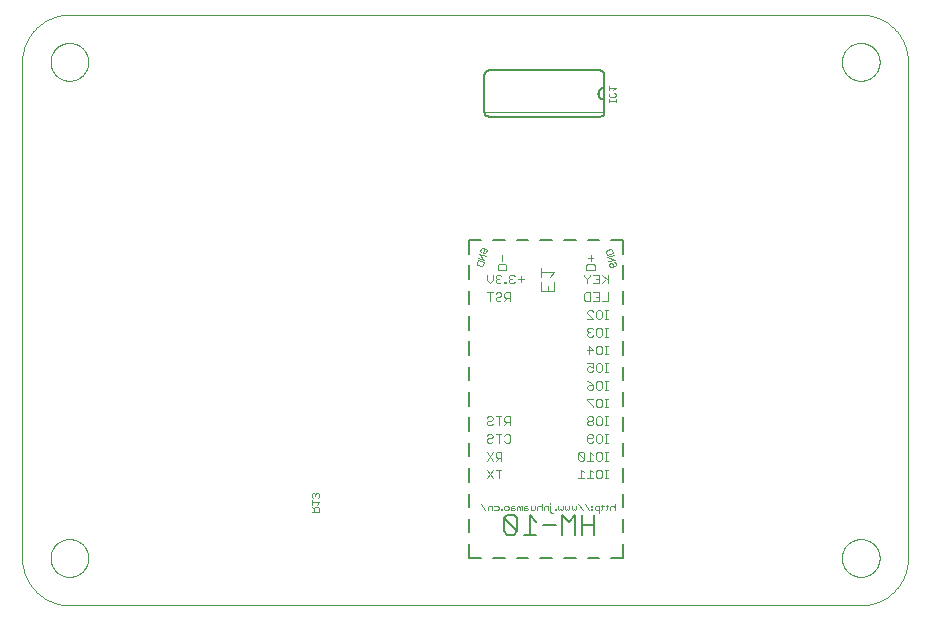
<source format=gbo>
G75*
%MOIN*%
%OFA0B0*%
%FSLAX25Y25*%
%IPPOS*%
%LPD*%
%AMOC8*
5,1,8,0,0,1.08239X$1,22.5*
%
%ADD10C,0.00500*%
%ADD11C,0.00200*%
%ADD12C,0.00300*%
%ADD13C,0.00600*%
%ADD14C,0.00400*%
%ADD15C,0.00000*%
D10*
X0221197Y0066527D02*
X0221197Y0071040D01*
X0221197Y0066527D02*
X0225134Y0066527D01*
X0229071Y0066527D02*
X0233008Y0066527D01*
X0236945Y0066527D02*
X0240882Y0066527D01*
X0244819Y0066527D02*
X0248756Y0066527D01*
X0252693Y0066527D02*
X0256630Y0066527D01*
X0260567Y0066527D02*
X0264504Y0066527D01*
X0268441Y0066527D02*
X0272378Y0066527D01*
X0272378Y0071040D01*
X0272378Y0074977D02*
X0272378Y0079489D01*
X0272378Y0083426D02*
X0272378Y0087939D01*
X0272378Y0091876D02*
X0272378Y0096388D01*
X0272378Y0100325D02*
X0272378Y0104837D01*
X0272378Y0108774D02*
X0272378Y0113287D01*
X0272378Y0117224D02*
X0272378Y0121736D01*
X0272378Y0125673D02*
X0272378Y0130186D01*
X0272378Y0134123D02*
X0272378Y0138635D01*
X0272378Y0142572D02*
X0272378Y0147084D01*
X0272378Y0151022D02*
X0272378Y0155534D01*
X0272378Y0159471D02*
X0272378Y0163983D01*
X0272378Y0167920D02*
X0272378Y0172433D01*
X0268441Y0172433D01*
X0264504Y0172433D02*
X0260567Y0172433D01*
X0256630Y0172433D02*
X0252693Y0172433D01*
X0248756Y0172433D02*
X0244819Y0172433D01*
X0240882Y0172433D02*
X0236945Y0172433D01*
X0233008Y0172433D02*
X0229071Y0172433D01*
X0225134Y0172433D02*
X0221197Y0172433D01*
X0221197Y0167920D01*
X0221197Y0163983D02*
X0221197Y0159471D01*
X0221197Y0155534D02*
X0221197Y0151022D01*
X0221197Y0147084D02*
X0221197Y0142572D01*
X0221197Y0138635D02*
X0221197Y0134123D01*
X0221197Y0130186D02*
X0221197Y0125673D01*
X0221197Y0121736D02*
X0221197Y0117224D01*
X0221197Y0113287D02*
X0221197Y0108774D01*
X0221197Y0104837D02*
X0221197Y0100325D01*
X0221197Y0096388D02*
X0221197Y0091876D01*
X0221197Y0087939D02*
X0221197Y0083426D01*
X0221197Y0079489D02*
X0221197Y0074977D01*
D11*
X0226482Y0082278D02*
X0225014Y0084480D01*
X0227224Y0083379D02*
X0227224Y0082278D01*
X0227224Y0083379D02*
X0227591Y0083746D01*
X0228692Y0083746D01*
X0228692Y0082278D01*
X0229434Y0082278D02*
X0230535Y0082278D01*
X0230902Y0082645D01*
X0230902Y0083379D01*
X0230535Y0083746D01*
X0229434Y0083746D01*
X0231640Y0082645D02*
X0231640Y0082278D01*
X0232007Y0082278D01*
X0232007Y0082645D01*
X0231640Y0082645D01*
X0232749Y0082645D02*
X0232749Y0083379D01*
X0233116Y0083746D01*
X0233850Y0083746D01*
X0234217Y0083379D01*
X0234217Y0082645D01*
X0233850Y0082278D01*
X0233116Y0082278D01*
X0232749Y0082645D01*
X0234959Y0083012D02*
X0236060Y0083012D01*
X0236427Y0082645D01*
X0236060Y0082278D01*
X0234959Y0082278D01*
X0234959Y0083379D01*
X0235326Y0083746D01*
X0236060Y0083746D01*
X0237169Y0083379D02*
X0237169Y0082278D01*
X0237903Y0082278D02*
X0237903Y0083379D01*
X0237536Y0083746D01*
X0237169Y0083379D01*
X0237903Y0083379D02*
X0238270Y0083746D01*
X0238636Y0083746D01*
X0238636Y0082278D01*
X0239378Y0082278D02*
X0240479Y0082278D01*
X0240846Y0082645D01*
X0240479Y0083012D01*
X0239378Y0083012D01*
X0239378Y0083379D02*
X0239378Y0082278D01*
X0239378Y0083379D02*
X0239745Y0083746D01*
X0240479Y0083746D01*
X0241588Y0083746D02*
X0241588Y0082278D01*
X0242689Y0082278D01*
X0243056Y0082645D01*
X0243056Y0083746D01*
X0243798Y0083379D02*
X0243798Y0082278D01*
X0243798Y0083379D02*
X0244165Y0083746D01*
X0244899Y0083746D01*
X0245266Y0083379D01*
X0246008Y0083379D02*
X0246008Y0082278D01*
X0245266Y0082278D02*
X0245266Y0084480D01*
X0246008Y0083379D02*
X0246375Y0083746D01*
X0247476Y0083746D01*
X0247476Y0082278D01*
X0248215Y0081911D02*
X0248215Y0083746D01*
X0248215Y0084480D02*
X0248215Y0084847D01*
X0249687Y0082645D02*
X0249687Y0082278D01*
X0250054Y0082278D01*
X0250054Y0082645D01*
X0249687Y0082645D01*
X0250796Y0082645D02*
X0250796Y0083746D01*
X0250796Y0082645D02*
X0251163Y0082278D01*
X0251530Y0082645D01*
X0251897Y0082278D01*
X0252264Y0082645D01*
X0252264Y0083746D01*
X0253006Y0083746D02*
X0253006Y0082645D01*
X0253373Y0082278D01*
X0253740Y0082645D01*
X0254107Y0082278D01*
X0254474Y0082645D01*
X0254474Y0083746D01*
X0255216Y0083746D02*
X0255216Y0082645D01*
X0255583Y0082278D01*
X0255950Y0082645D01*
X0256317Y0082278D01*
X0256684Y0082645D01*
X0256684Y0083746D01*
X0257426Y0084480D02*
X0258894Y0082278D01*
X0261104Y0082278D02*
X0259636Y0084480D01*
X0261842Y0083746D02*
X0261842Y0083379D01*
X0262209Y0083379D01*
X0262209Y0083746D01*
X0261842Y0083746D01*
X0261842Y0082645D02*
X0261842Y0082278D01*
X0262209Y0082278D01*
X0262209Y0082645D01*
X0261842Y0082645D01*
X0262950Y0082645D02*
X0263317Y0082278D01*
X0264418Y0082278D01*
X0264418Y0081544D02*
X0264418Y0083746D01*
X0263317Y0083746D01*
X0262950Y0083379D01*
X0262950Y0082645D01*
X0265158Y0082278D02*
X0265525Y0082645D01*
X0265525Y0084113D01*
X0265892Y0083746D02*
X0265158Y0083746D01*
X0266631Y0083746D02*
X0267365Y0083746D01*
X0266998Y0084113D02*
X0266998Y0082645D01*
X0266631Y0082278D01*
X0268107Y0082278D02*
X0268107Y0083379D01*
X0268474Y0083746D01*
X0269208Y0083746D01*
X0269575Y0083379D01*
X0269575Y0084480D02*
X0269575Y0082278D01*
X0248949Y0081544D02*
X0248582Y0081544D01*
X0248215Y0081911D01*
X0171002Y0081900D02*
X0171002Y0083051D01*
X0170618Y0083435D01*
X0169851Y0083435D01*
X0169467Y0083051D01*
X0169467Y0081900D01*
X0168700Y0081900D02*
X0171002Y0081900D01*
X0169467Y0082667D02*
X0168700Y0083435D01*
X0168700Y0084202D02*
X0168700Y0085737D01*
X0168700Y0084969D02*
X0171002Y0084969D01*
X0170235Y0084202D01*
X0170618Y0086504D02*
X0171002Y0086888D01*
X0171002Y0087655D01*
X0170618Y0088039D01*
X0170235Y0088039D01*
X0169851Y0087655D01*
X0169467Y0088039D01*
X0169084Y0088039D01*
X0168700Y0087655D01*
X0168700Y0086888D01*
X0169084Y0086504D01*
X0169851Y0087271D02*
X0169851Y0087655D01*
X0223858Y0164182D02*
X0223599Y0164631D01*
X0223884Y0165695D01*
X0226011Y0165125D01*
X0225726Y0164061D01*
X0225276Y0163802D01*
X0223858Y0164182D01*
X0224076Y0166411D02*
X0226203Y0165841D01*
X0224456Y0167829D01*
X0226583Y0167259D01*
X0226420Y0168071D02*
X0225711Y0168261D01*
X0225901Y0168970D01*
X0225002Y0168451D02*
X0224743Y0168900D01*
X0224933Y0169609D01*
X0225382Y0169869D01*
X0226800Y0169489D01*
X0227060Y0169040D01*
X0226870Y0168331D01*
X0226420Y0168071D01*
X0266655Y0168516D02*
X0266915Y0168965D01*
X0268333Y0169345D01*
X0268782Y0169086D01*
X0269067Y0168022D01*
X0266940Y0167453D01*
X0266655Y0168516D01*
X0267132Y0166736D02*
X0269259Y0167306D01*
X0269639Y0165888D02*
X0267132Y0166736D01*
X0267512Y0165318D02*
X0269639Y0165888D01*
X0269476Y0165076D02*
X0269926Y0164817D01*
X0270116Y0164108D01*
X0269856Y0163658D01*
X0268438Y0163278D01*
X0267989Y0163538D01*
X0267799Y0164247D01*
X0268059Y0164696D01*
X0268768Y0164886D01*
X0268957Y0164177D01*
X0266210Y0215000D02*
X0226210Y0215000D01*
D12*
X0267710Y0218550D02*
X0267710Y0219284D01*
X0267710Y0218917D02*
X0269912Y0218917D01*
X0269912Y0218550D02*
X0269912Y0219284D01*
X0269545Y0220085D02*
X0268077Y0220085D01*
X0267710Y0220452D01*
X0267710Y0221186D01*
X0268077Y0221553D01*
X0267710Y0222387D02*
X0267710Y0223854D01*
X0267710Y0223121D02*
X0269912Y0223121D01*
X0269178Y0222387D01*
X0269545Y0221553D02*
X0269912Y0221186D01*
X0269912Y0220452D01*
X0269545Y0220085D01*
X0261552Y0167437D02*
X0261552Y0165502D01*
X0262520Y0166470D02*
X0260585Y0166470D01*
X0260585Y0164491D02*
X0262520Y0164491D01*
X0263003Y0164007D01*
X0263003Y0162556D01*
X0260101Y0162556D01*
X0260101Y0164007D01*
X0260585Y0164491D01*
X0261413Y0160893D02*
X0261413Y0160409D01*
X0260446Y0159442D01*
X0260446Y0157991D01*
X0260446Y0159442D02*
X0259478Y0160409D01*
X0259478Y0160893D01*
X0262425Y0160893D02*
X0264360Y0160893D01*
X0264360Y0157991D01*
X0262425Y0157991D01*
X0263393Y0159442D02*
X0264360Y0159442D01*
X0265372Y0160893D02*
X0267307Y0158958D01*
X0266823Y0159442D02*
X0265372Y0157991D01*
X0267307Y0157991D02*
X0267307Y0160893D01*
X0267307Y0154988D02*
X0267307Y0152085D01*
X0265372Y0152085D01*
X0264360Y0152085D02*
X0262425Y0152085D01*
X0261413Y0152085D02*
X0259962Y0152085D01*
X0259478Y0152569D01*
X0259478Y0154504D01*
X0259962Y0154988D01*
X0261413Y0154988D01*
X0261413Y0152085D01*
X0263393Y0153536D02*
X0264360Y0153536D01*
X0264360Y0152085D02*
X0264360Y0154988D01*
X0262425Y0154988D01*
X0261912Y0149082D02*
X0262396Y0148598D01*
X0261912Y0149082D02*
X0260944Y0149082D01*
X0260461Y0148598D01*
X0260461Y0148115D01*
X0262396Y0146180D01*
X0260461Y0146180D01*
X0263407Y0146663D02*
X0263407Y0148598D01*
X0263891Y0149082D01*
X0264858Y0149082D01*
X0265342Y0148598D01*
X0265342Y0146663D01*
X0264858Y0146180D01*
X0263891Y0146180D01*
X0263407Y0146663D01*
X0266339Y0146180D02*
X0267307Y0146180D01*
X0266823Y0146180D02*
X0266823Y0149082D01*
X0267307Y0149082D02*
X0266339Y0149082D01*
X0266339Y0143177D02*
X0267307Y0143177D01*
X0266823Y0143177D02*
X0266823Y0140274D01*
X0267307Y0140274D02*
X0266339Y0140274D01*
X0265342Y0140758D02*
X0264858Y0140274D01*
X0263891Y0140274D01*
X0263407Y0140758D01*
X0263407Y0142693D01*
X0263891Y0143177D01*
X0264858Y0143177D01*
X0265342Y0142693D01*
X0265342Y0140758D01*
X0262396Y0140758D02*
X0261912Y0140274D01*
X0260944Y0140274D01*
X0260461Y0140758D01*
X0260461Y0141242D01*
X0260944Y0141725D01*
X0261428Y0141725D01*
X0260944Y0141725D02*
X0260461Y0142209D01*
X0260461Y0142693D01*
X0260944Y0143177D01*
X0261912Y0143177D01*
X0262396Y0142693D01*
X0260944Y0137271D02*
X0262396Y0135820D01*
X0260461Y0135820D01*
X0260944Y0134369D02*
X0260944Y0137271D01*
X0263407Y0136787D02*
X0263891Y0137271D01*
X0264858Y0137271D01*
X0265342Y0136787D01*
X0265342Y0134852D01*
X0264858Y0134369D01*
X0263891Y0134369D01*
X0263407Y0134852D01*
X0263407Y0136787D01*
X0266339Y0137271D02*
X0267307Y0137271D01*
X0266823Y0137271D02*
X0266823Y0134369D01*
X0267307Y0134369D02*
X0266339Y0134369D01*
X0266339Y0131366D02*
X0267307Y0131366D01*
X0266823Y0131366D02*
X0266823Y0128463D01*
X0267307Y0128463D02*
X0266339Y0128463D01*
X0265342Y0128947D02*
X0264858Y0128463D01*
X0263891Y0128463D01*
X0263407Y0128947D01*
X0263407Y0130882D01*
X0263891Y0131366D01*
X0264858Y0131366D01*
X0265342Y0130882D01*
X0265342Y0128947D01*
X0262396Y0128947D02*
X0261912Y0128463D01*
X0260944Y0128463D01*
X0260461Y0128947D01*
X0260461Y0129914D01*
X0260944Y0130398D01*
X0261428Y0130398D01*
X0262396Y0129914D01*
X0262396Y0131366D01*
X0260461Y0131366D01*
X0260461Y0125460D02*
X0261428Y0124976D01*
X0262396Y0124009D01*
X0260944Y0124009D01*
X0260461Y0123525D01*
X0260461Y0123041D01*
X0260944Y0122558D01*
X0261912Y0122558D01*
X0262396Y0123041D01*
X0262396Y0124009D01*
X0263407Y0123041D02*
X0263407Y0124976D01*
X0263891Y0125460D01*
X0264858Y0125460D01*
X0265342Y0124976D01*
X0265342Y0123041D01*
X0264858Y0122558D01*
X0263891Y0122558D01*
X0263407Y0123041D01*
X0266339Y0122558D02*
X0267307Y0122558D01*
X0266823Y0122558D02*
X0266823Y0125460D01*
X0267307Y0125460D02*
X0266339Y0125460D01*
X0266339Y0119555D02*
X0267307Y0119555D01*
X0266823Y0119555D02*
X0266823Y0116652D01*
X0267307Y0116652D02*
X0266339Y0116652D01*
X0265342Y0117136D02*
X0264858Y0116652D01*
X0263891Y0116652D01*
X0263407Y0117136D01*
X0263407Y0119071D01*
X0263891Y0119555D01*
X0264858Y0119555D01*
X0265342Y0119071D01*
X0265342Y0117136D01*
X0262396Y0117136D02*
X0260461Y0119071D01*
X0260461Y0119555D01*
X0262396Y0119555D01*
X0262396Y0117136D02*
X0262396Y0116652D01*
X0261912Y0113649D02*
X0260944Y0113649D01*
X0260461Y0113165D01*
X0260461Y0112682D01*
X0260944Y0112198D01*
X0261912Y0112198D01*
X0262396Y0112682D01*
X0262396Y0113165D01*
X0261912Y0113649D01*
X0261912Y0112198D02*
X0262396Y0111714D01*
X0262396Y0111230D01*
X0261912Y0110747D01*
X0260944Y0110747D01*
X0260461Y0111230D01*
X0260461Y0111714D01*
X0260944Y0112198D01*
X0263407Y0111230D02*
X0263407Y0113165D01*
X0263891Y0113649D01*
X0264858Y0113649D01*
X0265342Y0113165D01*
X0265342Y0111230D01*
X0264858Y0110747D01*
X0263891Y0110747D01*
X0263407Y0111230D01*
X0266339Y0110747D02*
X0267307Y0110747D01*
X0266823Y0110747D02*
X0266823Y0113649D01*
X0267307Y0113649D02*
X0266339Y0113649D01*
X0266339Y0107744D02*
X0267307Y0107744D01*
X0266823Y0107744D02*
X0266823Y0104841D01*
X0267307Y0104841D02*
X0266339Y0104841D01*
X0265342Y0105325D02*
X0264858Y0104841D01*
X0263891Y0104841D01*
X0263407Y0105325D01*
X0263407Y0107260D01*
X0263891Y0107744D01*
X0264858Y0107744D01*
X0265342Y0107260D01*
X0265342Y0105325D01*
X0262396Y0105325D02*
X0261912Y0104841D01*
X0260944Y0104841D01*
X0260461Y0105325D01*
X0260461Y0107260D01*
X0260944Y0107744D01*
X0261912Y0107744D01*
X0262396Y0107260D01*
X0262396Y0106776D01*
X0261912Y0106292D01*
X0260461Y0106292D01*
X0261428Y0101838D02*
X0261428Y0098936D01*
X0260461Y0098936D02*
X0262396Y0098936D01*
X0263407Y0099419D02*
X0263407Y0101354D01*
X0263891Y0101838D01*
X0264858Y0101838D01*
X0265342Y0101354D01*
X0265342Y0099419D01*
X0264858Y0098936D01*
X0263891Y0098936D01*
X0263407Y0099419D01*
X0262396Y0100871D02*
X0261428Y0101838D01*
X0259449Y0101354D02*
X0259449Y0099419D01*
X0257514Y0101354D01*
X0257514Y0099419D01*
X0257998Y0098936D01*
X0258965Y0098936D01*
X0259449Y0099419D01*
X0259449Y0101354D02*
X0258965Y0101838D01*
X0257998Y0101838D01*
X0257514Y0101354D01*
X0258482Y0095932D02*
X0258482Y0093030D01*
X0259449Y0093030D02*
X0257514Y0093030D01*
X0259449Y0094965D02*
X0258482Y0095932D01*
X0261428Y0095932D02*
X0261428Y0093030D01*
X0260461Y0093030D02*
X0262396Y0093030D01*
X0263407Y0093514D02*
X0263407Y0095449D01*
X0263891Y0095932D01*
X0264858Y0095932D01*
X0265342Y0095449D01*
X0265342Y0093514D01*
X0264858Y0093030D01*
X0263891Y0093030D01*
X0263407Y0093514D01*
X0262396Y0094965D02*
X0261428Y0095932D01*
X0266339Y0095932D02*
X0267307Y0095932D01*
X0266823Y0095932D02*
X0266823Y0093030D01*
X0267307Y0093030D02*
X0266339Y0093030D01*
X0266339Y0098936D02*
X0267307Y0098936D01*
X0266823Y0098936D02*
X0266823Y0101838D01*
X0267307Y0101838D02*
X0266339Y0101838D01*
X0234807Y0105325D02*
X0234324Y0104841D01*
X0233356Y0104841D01*
X0232873Y0105325D01*
X0234807Y0105325D02*
X0234807Y0107260D01*
X0234324Y0107744D01*
X0233356Y0107744D01*
X0232873Y0107260D01*
X0231861Y0107744D02*
X0229926Y0107744D01*
X0230893Y0107744D02*
X0230893Y0104841D01*
X0228914Y0105325D02*
X0228431Y0104841D01*
X0227463Y0104841D01*
X0226979Y0105325D01*
X0226979Y0105809D01*
X0227463Y0106292D01*
X0228431Y0106292D01*
X0228914Y0106776D01*
X0228914Y0107260D01*
X0228431Y0107744D01*
X0227463Y0107744D01*
X0226979Y0107260D01*
X0227463Y0110747D02*
X0228431Y0110747D01*
X0228914Y0111230D01*
X0228431Y0112198D02*
X0227463Y0112198D01*
X0226979Y0111714D01*
X0226979Y0111230D01*
X0227463Y0110747D01*
X0228431Y0112198D02*
X0228914Y0112682D01*
X0228914Y0113165D01*
X0228431Y0113649D01*
X0227463Y0113649D01*
X0226979Y0113165D01*
X0229926Y0113649D02*
X0231861Y0113649D01*
X0230893Y0113649D02*
X0230893Y0110747D01*
X0232873Y0110747D02*
X0233840Y0111714D01*
X0233356Y0111714D02*
X0234807Y0111714D01*
X0234807Y0110747D02*
X0234807Y0113649D01*
X0233356Y0113649D01*
X0232873Y0113165D01*
X0232873Y0112198D01*
X0233356Y0111714D01*
X0231861Y0101838D02*
X0230410Y0101838D01*
X0229926Y0101354D01*
X0229926Y0100387D01*
X0230410Y0099903D01*
X0231861Y0099903D01*
X0231861Y0098936D02*
X0231861Y0101838D01*
X0230893Y0099903D02*
X0229926Y0098936D01*
X0228914Y0098936D02*
X0226979Y0101838D01*
X0228914Y0101838D02*
X0226979Y0098936D01*
X0226979Y0095932D02*
X0228914Y0093030D01*
X0226979Y0093030D02*
X0228914Y0095932D01*
X0229926Y0095932D02*
X0231861Y0095932D01*
X0230893Y0095932D02*
X0230893Y0093030D01*
X0230410Y0152085D02*
X0231377Y0152085D01*
X0231861Y0152569D01*
X0231377Y0153536D02*
X0230410Y0153536D01*
X0229926Y0153053D01*
X0229926Y0152569D01*
X0230410Y0152085D01*
X0231377Y0153536D02*
X0231861Y0154020D01*
X0231861Y0154504D01*
X0231377Y0154988D01*
X0230410Y0154988D01*
X0229926Y0154504D01*
X0228914Y0154988D02*
X0226979Y0154988D01*
X0227947Y0154988D02*
X0227947Y0152085D01*
X0232873Y0152085D02*
X0233840Y0153053D01*
X0233356Y0153053D02*
X0234807Y0153053D01*
X0234807Y0152085D02*
X0234807Y0154988D01*
X0233356Y0154988D01*
X0232873Y0154504D01*
X0232873Y0153536D01*
X0233356Y0153053D01*
X0233334Y0157991D02*
X0232850Y0157991D01*
X0232850Y0158474D01*
X0233334Y0158474D01*
X0233334Y0157991D01*
X0234346Y0158474D02*
X0234830Y0157991D01*
X0235797Y0157991D01*
X0236281Y0158474D01*
X0235313Y0159442D02*
X0234830Y0159442D01*
X0234346Y0158958D01*
X0234346Y0158474D01*
X0234830Y0159442D02*
X0234346Y0159926D01*
X0234346Y0160409D01*
X0234830Y0160893D01*
X0235797Y0160893D01*
X0236281Y0160409D01*
X0237292Y0159442D02*
X0239227Y0159442D01*
X0238260Y0160409D02*
X0238260Y0158474D01*
X0233476Y0162556D02*
X0230573Y0162556D01*
X0230573Y0164007D01*
X0231057Y0164491D01*
X0232992Y0164491D01*
X0233476Y0164007D01*
X0233476Y0162556D01*
X0231377Y0160893D02*
X0230410Y0160893D01*
X0229926Y0160409D01*
X0229926Y0159926D01*
X0230410Y0159442D01*
X0229926Y0158958D01*
X0229926Y0158474D01*
X0230410Y0157991D01*
X0231377Y0157991D01*
X0231861Y0158474D01*
X0230893Y0159442D02*
X0230410Y0159442D01*
X0228914Y0158958D02*
X0227947Y0157991D01*
X0226979Y0158958D01*
X0226979Y0160893D01*
X0228914Y0160893D02*
X0228914Y0158958D01*
X0231377Y0160893D02*
X0231861Y0160409D01*
X0232025Y0165502D02*
X0232025Y0167437D01*
D13*
X0227710Y0213600D02*
X0264710Y0213600D01*
X0264786Y0213602D01*
X0264862Y0213608D01*
X0264937Y0213617D01*
X0265012Y0213631D01*
X0265086Y0213648D01*
X0265159Y0213669D01*
X0265231Y0213693D01*
X0265302Y0213722D01*
X0265371Y0213753D01*
X0265438Y0213788D01*
X0265503Y0213827D01*
X0265567Y0213869D01*
X0265628Y0213914D01*
X0265687Y0213962D01*
X0265743Y0214013D01*
X0265797Y0214067D01*
X0265848Y0214123D01*
X0265896Y0214182D01*
X0265941Y0214243D01*
X0265983Y0214307D01*
X0266022Y0214372D01*
X0266057Y0214439D01*
X0266088Y0214508D01*
X0266117Y0214579D01*
X0266141Y0214651D01*
X0266162Y0214724D01*
X0266179Y0214798D01*
X0266193Y0214873D01*
X0266202Y0214948D01*
X0266208Y0215024D01*
X0266210Y0215100D01*
X0266210Y0219300D01*
X0266210Y0223300D01*
X0266210Y0227500D01*
X0266208Y0227576D01*
X0266202Y0227652D01*
X0266193Y0227727D01*
X0266179Y0227802D01*
X0266162Y0227876D01*
X0266141Y0227949D01*
X0266117Y0228021D01*
X0266088Y0228092D01*
X0266057Y0228161D01*
X0266022Y0228228D01*
X0265983Y0228293D01*
X0265941Y0228357D01*
X0265896Y0228418D01*
X0265848Y0228477D01*
X0265797Y0228533D01*
X0265743Y0228587D01*
X0265687Y0228638D01*
X0265628Y0228686D01*
X0265567Y0228731D01*
X0265503Y0228773D01*
X0265438Y0228812D01*
X0265371Y0228847D01*
X0265302Y0228878D01*
X0265231Y0228907D01*
X0265159Y0228931D01*
X0265086Y0228952D01*
X0265012Y0228969D01*
X0264937Y0228983D01*
X0264862Y0228992D01*
X0264786Y0228998D01*
X0264710Y0229000D01*
X0227710Y0229000D01*
X0227634Y0228998D01*
X0227558Y0228992D01*
X0227483Y0228983D01*
X0227408Y0228969D01*
X0227334Y0228952D01*
X0227261Y0228931D01*
X0227189Y0228907D01*
X0227118Y0228878D01*
X0227049Y0228847D01*
X0226982Y0228812D01*
X0226917Y0228773D01*
X0226853Y0228731D01*
X0226792Y0228686D01*
X0226733Y0228638D01*
X0226677Y0228587D01*
X0226623Y0228533D01*
X0226572Y0228477D01*
X0226524Y0228418D01*
X0226479Y0228357D01*
X0226437Y0228293D01*
X0226398Y0228228D01*
X0226363Y0228161D01*
X0226332Y0228092D01*
X0226303Y0228021D01*
X0226279Y0227949D01*
X0226258Y0227876D01*
X0226241Y0227802D01*
X0226227Y0227727D01*
X0226218Y0227652D01*
X0226212Y0227576D01*
X0226210Y0227500D01*
X0226210Y0215100D01*
X0226212Y0215024D01*
X0226218Y0214948D01*
X0226227Y0214873D01*
X0226241Y0214798D01*
X0226258Y0214724D01*
X0226279Y0214651D01*
X0226303Y0214579D01*
X0226332Y0214508D01*
X0226363Y0214439D01*
X0226398Y0214372D01*
X0226437Y0214307D01*
X0226479Y0214243D01*
X0226524Y0214182D01*
X0226572Y0214123D01*
X0226623Y0214067D01*
X0226677Y0214013D01*
X0226733Y0213962D01*
X0226792Y0213914D01*
X0226853Y0213869D01*
X0226917Y0213827D01*
X0226982Y0213788D01*
X0227049Y0213753D01*
X0227118Y0213722D01*
X0227189Y0213693D01*
X0227261Y0213669D01*
X0227334Y0213648D01*
X0227408Y0213631D01*
X0227483Y0213617D01*
X0227558Y0213608D01*
X0227634Y0213602D01*
X0227710Y0213600D01*
X0266210Y0219300D02*
X0266122Y0219302D01*
X0266033Y0219308D01*
X0265945Y0219318D01*
X0265858Y0219331D01*
X0265771Y0219349D01*
X0265685Y0219370D01*
X0265600Y0219395D01*
X0265517Y0219424D01*
X0265434Y0219457D01*
X0265354Y0219493D01*
X0265275Y0219532D01*
X0265197Y0219575D01*
X0265122Y0219622D01*
X0265049Y0219672D01*
X0264978Y0219725D01*
X0264909Y0219781D01*
X0264843Y0219840D01*
X0264780Y0219902D01*
X0264720Y0219966D01*
X0264662Y0220033D01*
X0264608Y0220103D01*
X0264556Y0220175D01*
X0264508Y0220249D01*
X0264463Y0220326D01*
X0264422Y0220404D01*
X0264384Y0220484D01*
X0264350Y0220565D01*
X0264319Y0220648D01*
X0264292Y0220733D01*
X0264269Y0220818D01*
X0264250Y0220904D01*
X0264234Y0220992D01*
X0264222Y0221079D01*
X0264214Y0221167D01*
X0264210Y0221256D01*
X0264210Y0221344D01*
X0264214Y0221433D01*
X0264222Y0221521D01*
X0264234Y0221608D01*
X0264250Y0221696D01*
X0264269Y0221782D01*
X0264292Y0221867D01*
X0264319Y0221952D01*
X0264350Y0222035D01*
X0264384Y0222116D01*
X0264422Y0222196D01*
X0264463Y0222274D01*
X0264508Y0222351D01*
X0264556Y0222425D01*
X0264608Y0222497D01*
X0264662Y0222567D01*
X0264720Y0222634D01*
X0264780Y0222698D01*
X0264843Y0222760D01*
X0264909Y0222819D01*
X0264978Y0222875D01*
X0265049Y0222928D01*
X0265122Y0222978D01*
X0265197Y0223025D01*
X0265275Y0223068D01*
X0265354Y0223107D01*
X0265434Y0223143D01*
X0265517Y0223176D01*
X0265600Y0223205D01*
X0265685Y0223230D01*
X0265771Y0223251D01*
X0265858Y0223269D01*
X0265945Y0223282D01*
X0266033Y0223292D01*
X0266122Y0223298D01*
X0266210Y0223300D01*
X0262837Y0080678D02*
X0262837Y0074272D01*
X0262837Y0077475D02*
X0258567Y0077475D01*
X0258567Y0080678D02*
X0258567Y0074272D01*
X0256392Y0074272D02*
X0256392Y0080678D01*
X0254257Y0078542D01*
X0252121Y0080678D01*
X0252121Y0074272D01*
X0249946Y0077475D02*
X0245676Y0077475D01*
X0243501Y0078542D02*
X0241366Y0080678D01*
X0241366Y0074272D01*
X0243501Y0074272D02*
X0239230Y0074272D01*
X0237055Y0075340D02*
X0232785Y0079610D01*
X0232785Y0075340D01*
X0233852Y0074272D01*
X0235988Y0074272D01*
X0237055Y0075340D01*
X0237055Y0079610D01*
X0235988Y0080678D01*
X0233852Y0080678D01*
X0232785Y0079610D01*
D14*
X0244940Y0155472D02*
X0244940Y0158541D01*
X0244940Y0160076D02*
X0244940Y0163145D01*
X0244940Y0161611D02*
X0249544Y0161611D01*
X0248009Y0160076D01*
X0249544Y0158541D02*
X0249544Y0155472D01*
X0244940Y0155472D01*
X0247242Y0155472D02*
X0247242Y0157007D01*
D15*
X0351628Y0050700D02*
X0087848Y0050700D01*
X0081549Y0066448D02*
X0081551Y0066606D01*
X0081557Y0066764D01*
X0081567Y0066922D01*
X0081581Y0067080D01*
X0081599Y0067237D01*
X0081620Y0067394D01*
X0081646Y0067550D01*
X0081676Y0067706D01*
X0081709Y0067861D01*
X0081747Y0068014D01*
X0081788Y0068167D01*
X0081833Y0068319D01*
X0081882Y0068470D01*
X0081935Y0068619D01*
X0081991Y0068767D01*
X0082051Y0068913D01*
X0082115Y0069058D01*
X0082183Y0069201D01*
X0082254Y0069343D01*
X0082328Y0069483D01*
X0082406Y0069620D01*
X0082488Y0069756D01*
X0082572Y0069890D01*
X0082661Y0070021D01*
X0082752Y0070150D01*
X0082847Y0070277D01*
X0082944Y0070402D01*
X0083045Y0070524D01*
X0083149Y0070643D01*
X0083256Y0070760D01*
X0083366Y0070874D01*
X0083479Y0070985D01*
X0083594Y0071094D01*
X0083712Y0071199D01*
X0083833Y0071301D01*
X0083956Y0071401D01*
X0084082Y0071497D01*
X0084210Y0071590D01*
X0084340Y0071680D01*
X0084473Y0071766D01*
X0084608Y0071850D01*
X0084744Y0071929D01*
X0084883Y0072006D01*
X0085024Y0072078D01*
X0085166Y0072148D01*
X0085310Y0072213D01*
X0085456Y0072275D01*
X0085603Y0072333D01*
X0085752Y0072388D01*
X0085902Y0072439D01*
X0086053Y0072486D01*
X0086205Y0072529D01*
X0086358Y0072568D01*
X0086513Y0072604D01*
X0086668Y0072635D01*
X0086824Y0072663D01*
X0086980Y0072687D01*
X0087137Y0072707D01*
X0087295Y0072723D01*
X0087452Y0072735D01*
X0087611Y0072743D01*
X0087769Y0072747D01*
X0087927Y0072747D01*
X0088085Y0072743D01*
X0088244Y0072735D01*
X0088401Y0072723D01*
X0088559Y0072707D01*
X0088716Y0072687D01*
X0088872Y0072663D01*
X0089028Y0072635D01*
X0089183Y0072604D01*
X0089338Y0072568D01*
X0089491Y0072529D01*
X0089643Y0072486D01*
X0089794Y0072439D01*
X0089944Y0072388D01*
X0090093Y0072333D01*
X0090240Y0072275D01*
X0090386Y0072213D01*
X0090530Y0072148D01*
X0090672Y0072078D01*
X0090813Y0072006D01*
X0090952Y0071929D01*
X0091088Y0071850D01*
X0091223Y0071766D01*
X0091356Y0071680D01*
X0091486Y0071590D01*
X0091614Y0071497D01*
X0091740Y0071401D01*
X0091863Y0071301D01*
X0091984Y0071199D01*
X0092102Y0071094D01*
X0092217Y0070985D01*
X0092330Y0070874D01*
X0092440Y0070760D01*
X0092547Y0070643D01*
X0092651Y0070524D01*
X0092752Y0070402D01*
X0092849Y0070277D01*
X0092944Y0070150D01*
X0093035Y0070021D01*
X0093124Y0069890D01*
X0093208Y0069756D01*
X0093290Y0069620D01*
X0093368Y0069483D01*
X0093442Y0069343D01*
X0093513Y0069201D01*
X0093581Y0069058D01*
X0093645Y0068913D01*
X0093705Y0068767D01*
X0093761Y0068619D01*
X0093814Y0068470D01*
X0093863Y0068319D01*
X0093908Y0068167D01*
X0093949Y0068014D01*
X0093987Y0067861D01*
X0094020Y0067706D01*
X0094050Y0067550D01*
X0094076Y0067394D01*
X0094097Y0067237D01*
X0094115Y0067080D01*
X0094129Y0066922D01*
X0094139Y0066764D01*
X0094145Y0066606D01*
X0094147Y0066448D01*
X0094145Y0066290D01*
X0094139Y0066132D01*
X0094129Y0065974D01*
X0094115Y0065816D01*
X0094097Y0065659D01*
X0094076Y0065502D01*
X0094050Y0065346D01*
X0094020Y0065190D01*
X0093987Y0065035D01*
X0093949Y0064882D01*
X0093908Y0064729D01*
X0093863Y0064577D01*
X0093814Y0064426D01*
X0093761Y0064277D01*
X0093705Y0064129D01*
X0093645Y0063983D01*
X0093581Y0063838D01*
X0093513Y0063695D01*
X0093442Y0063553D01*
X0093368Y0063413D01*
X0093290Y0063276D01*
X0093208Y0063140D01*
X0093124Y0063006D01*
X0093035Y0062875D01*
X0092944Y0062746D01*
X0092849Y0062619D01*
X0092752Y0062494D01*
X0092651Y0062372D01*
X0092547Y0062253D01*
X0092440Y0062136D01*
X0092330Y0062022D01*
X0092217Y0061911D01*
X0092102Y0061802D01*
X0091984Y0061697D01*
X0091863Y0061595D01*
X0091740Y0061495D01*
X0091614Y0061399D01*
X0091486Y0061306D01*
X0091356Y0061216D01*
X0091223Y0061130D01*
X0091088Y0061046D01*
X0090952Y0060967D01*
X0090813Y0060890D01*
X0090672Y0060818D01*
X0090530Y0060748D01*
X0090386Y0060683D01*
X0090240Y0060621D01*
X0090093Y0060563D01*
X0089944Y0060508D01*
X0089794Y0060457D01*
X0089643Y0060410D01*
X0089491Y0060367D01*
X0089338Y0060328D01*
X0089183Y0060292D01*
X0089028Y0060261D01*
X0088872Y0060233D01*
X0088716Y0060209D01*
X0088559Y0060189D01*
X0088401Y0060173D01*
X0088244Y0060161D01*
X0088085Y0060153D01*
X0087927Y0060149D01*
X0087769Y0060149D01*
X0087611Y0060153D01*
X0087452Y0060161D01*
X0087295Y0060173D01*
X0087137Y0060189D01*
X0086980Y0060209D01*
X0086824Y0060233D01*
X0086668Y0060261D01*
X0086513Y0060292D01*
X0086358Y0060328D01*
X0086205Y0060367D01*
X0086053Y0060410D01*
X0085902Y0060457D01*
X0085752Y0060508D01*
X0085603Y0060563D01*
X0085456Y0060621D01*
X0085310Y0060683D01*
X0085166Y0060748D01*
X0085024Y0060818D01*
X0084883Y0060890D01*
X0084744Y0060967D01*
X0084608Y0061046D01*
X0084473Y0061130D01*
X0084340Y0061216D01*
X0084210Y0061306D01*
X0084082Y0061399D01*
X0083956Y0061495D01*
X0083833Y0061595D01*
X0083712Y0061697D01*
X0083594Y0061802D01*
X0083479Y0061911D01*
X0083366Y0062022D01*
X0083256Y0062136D01*
X0083149Y0062253D01*
X0083045Y0062372D01*
X0082944Y0062494D01*
X0082847Y0062619D01*
X0082752Y0062746D01*
X0082661Y0062875D01*
X0082572Y0063006D01*
X0082488Y0063140D01*
X0082406Y0063276D01*
X0082328Y0063413D01*
X0082254Y0063553D01*
X0082183Y0063695D01*
X0082115Y0063838D01*
X0082051Y0063983D01*
X0081991Y0064129D01*
X0081935Y0064277D01*
X0081882Y0064426D01*
X0081833Y0064577D01*
X0081788Y0064729D01*
X0081747Y0064882D01*
X0081709Y0065035D01*
X0081676Y0065190D01*
X0081646Y0065346D01*
X0081620Y0065502D01*
X0081599Y0065659D01*
X0081581Y0065816D01*
X0081567Y0065974D01*
X0081557Y0066132D01*
X0081551Y0066290D01*
X0081549Y0066448D01*
X0072100Y0066448D02*
X0072105Y0066067D01*
X0072118Y0065687D01*
X0072141Y0065307D01*
X0072174Y0064928D01*
X0072215Y0064550D01*
X0072265Y0064173D01*
X0072325Y0063797D01*
X0072393Y0063422D01*
X0072471Y0063050D01*
X0072558Y0062679D01*
X0072653Y0062311D01*
X0072758Y0061945D01*
X0072871Y0061582D01*
X0072993Y0061221D01*
X0073123Y0060864D01*
X0073263Y0060510D01*
X0073410Y0060159D01*
X0073567Y0059812D01*
X0073731Y0059469D01*
X0073904Y0059130D01*
X0074085Y0058795D01*
X0074274Y0058464D01*
X0074471Y0058139D01*
X0074675Y0057818D01*
X0074888Y0057502D01*
X0075108Y0057192D01*
X0075335Y0056886D01*
X0075570Y0056587D01*
X0075812Y0056293D01*
X0076060Y0056005D01*
X0076316Y0055723D01*
X0076579Y0055448D01*
X0076848Y0055179D01*
X0077123Y0054916D01*
X0077405Y0054660D01*
X0077693Y0054412D01*
X0077987Y0054170D01*
X0078286Y0053935D01*
X0078592Y0053708D01*
X0078902Y0053488D01*
X0079218Y0053275D01*
X0079539Y0053071D01*
X0079864Y0052874D01*
X0080195Y0052685D01*
X0080530Y0052504D01*
X0080869Y0052331D01*
X0081212Y0052167D01*
X0081559Y0052010D01*
X0081910Y0051863D01*
X0082264Y0051723D01*
X0082621Y0051593D01*
X0082982Y0051471D01*
X0083345Y0051358D01*
X0083711Y0051253D01*
X0084079Y0051158D01*
X0084450Y0051071D01*
X0084822Y0050993D01*
X0085197Y0050925D01*
X0085573Y0050865D01*
X0085950Y0050815D01*
X0086328Y0050774D01*
X0086707Y0050741D01*
X0087087Y0050718D01*
X0087467Y0050705D01*
X0087848Y0050700D01*
X0072100Y0066448D02*
X0072100Y0231802D01*
X0081549Y0231802D02*
X0081551Y0231960D01*
X0081557Y0232118D01*
X0081567Y0232276D01*
X0081581Y0232434D01*
X0081599Y0232591D01*
X0081620Y0232748D01*
X0081646Y0232904D01*
X0081676Y0233060D01*
X0081709Y0233215D01*
X0081747Y0233368D01*
X0081788Y0233521D01*
X0081833Y0233673D01*
X0081882Y0233824D01*
X0081935Y0233973D01*
X0081991Y0234121D01*
X0082051Y0234267D01*
X0082115Y0234412D01*
X0082183Y0234555D01*
X0082254Y0234697D01*
X0082328Y0234837D01*
X0082406Y0234974D01*
X0082488Y0235110D01*
X0082572Y0235244D01*
X0082661Y0235375D01*
X0082752Y0235504D01*
X0082847Y0235631D01*
X0082944Y0235756D01*
X0083045Y0235878D01*
X0083149Y0235997D01*
X0083256Y0236114D01*
X0083366Y0236228D01*
X0083479Y0236339D01*
X0083594Y0236448D01*
X0083712Y0236553D01*
X0083833Y0236655D01*
X0083956Y0236755D01*
X0084082Y0236851D01*
X0084210Y0236944D01*
X0084340Y0237034D01*
X0084473Y0237120D01*
X0084608Y0237204D01*
X0084744Y0237283D01*
X0084883Y0237360D01*
X0085024Y0237432D01*
X0085166Y0237502D01*
X0085310Y0237567D01*
X0085456Y0237629D01*
X0085603Y0237687D01*
X0085752Y0237742D01*
X0085902Y0237793D01*
X0086053Y0237840D01*
X0086205Y0237883D01*
X0086358Y0237922D01*
X0086513Y0237958D01*
X0086668Y0237989D01*
X0086824Y0238017D01*
X0086980Y0238041D01*
X0087137Y0238061D01*
X0087295Y0238077D01*
X0087452Y0238089D01*
X0087611Y0238097D01*
X0087769Y0238101D01*
X0087927Y0238101D01*
X0088085Y0238097D01*
X0088244Y0238089D01*
X0088401Y0238077D01*
X0088559Y0238061D01*
X0088716Y0238041D01*
X0088872Y0238017D01*
X0089028Y0237989D01*
X0089183Y0237958D01*
X0089338Y0237922D01*
X0089491Y0237883D01*
X0089643Y0237840D01*
X0089794Y0237793D01*
X0089944Y0237742D01*
X0090093Y0237687D01*
X0090240Y0237629D01*
X0090386Y0237567D01*
X0090530Y0237502D01*
X0090672Y0237432D01*
X0090813Y0237360D01*
X0090952Y0237283D01*
X0091088Y0237204D01*
X0091223Y0237120D01*
X0091356Y0237034D01*
X0091486Y0236944D01*
X0091614Y0236851D01*
X0091740Y0236755D01*
X0091863Y0236655D01*
X0091984Y0236553D01*
X0092102Y0236448D01*
X0092217Y0236339D01*
X0092330Y0236228D01*
X0092440Y0236114D01*
X0092547Y0235997D01*
X0092651Y0235878D01*
X0092752Y0235756D01*
X0092849Y0235631D01*
X0092944Y0235504D01*
X0093035Y0235375D01*
X0093124Y0235244D01*
X0093208Y0235110D01*
X0093290Y0234974D01*
X0093368Y0234837D01*
X0093442Y0234697D01*
X0093513Y0234555D01*
X0093581Y0234412D01*
X0093645Y0234267D01*
X0093705Y0234121D01*
X0093761Y0233973D01*
X0093814Y0233824D01*
X0093863Y0233673D01*
X0093908Y0233521D01*
X0093949Y0233368D01*
X0093987Y0233215D01*
X0094020Y0233060D01*
X0094050Y0232904D01*
X0094076Y0232748D01*
X0094097Y0232591D01*
X0094115Y0232434D01*
X0094129Y0232276D01*
X0094139Y0232118D01*
X0094145Y0231960D01*
X0094147Y0231802D01*
X0094145Y0231644D01*
X0094139Y0231486D01*
X0094129Y0231328D01*
X0094115Y0231170D01*
X0094097Y0231013D01*
X0094076Y0230856D01*
X0094050Y0230700D01*
X0094020Y0230544D01*
X0093987Y0230389D01*
X0093949Y0230236D01*
X0093908Y0230083D01*
X0093863Y0229931D01*
X0093814Y0229780D01*
X0093761Y0229631D01*
X0093705Y0229483D01*
X0093645Y0229337D01*
X0093581Y0229192D01*
X0093513Y0229049D01*
X0093442Y0228907D01*
X0093368Y0228767D01*
X0093290Y0228630D01*
X0093208Y0228494D01*
X0093124Y0228360D01*
X0093035Y0228229D01*
X0092944Y0228100D01*
X0092849Y0227973D01*
X0092752Y0227848D01*
X0092651Y0227726D01*
X0092547Y0227607D01*
X0092440Y0227490D01*
X0092330Y0227376D01*
X0092217Y0227265D01*
X0092102Y0227156D01*
X0091984Y0227051D01*
X0091863Y0226949D01*
X0091740Y0226849D01*
X0091614Y0226753D01*
X0091486Y0226660D01*
X0091356Y0226570D01*
X0091223Y0226484D01*
X0091088Y0226400D01*
X0090952Y0226321D01*
X0090813Y0226244D01*
X0090672Y0226172D01*
X0090530Y0226102D01*
X0090386Y0226037D01*
X0090240Y0225975D01*
X0090093Y0225917D01*
X0089944Y0225862D01*
X0089794Y0225811D01*
X0089643Y0225764D01*
X0089491Y0225721D01*
X0089338Y0225682D01*
X0089183Y0225646D01*
X0089028Y0225615D01*
X0088872Y0225587D01*
X0088716Y0225563D01*
X0088559Y0225543D01*
X0088401Y0225527D01*
X0088244Y0225515D01*
X0088085Y0225507D01*
X0087927Y0225503D01*
X0087769Y0225503D01*
X0087611Y0225507D01*
X0087452Y0225515D01*
X0087295Y0225527D01*
X0087137Y0225543D01*
X0086980Y0225563D01*
X0086824Y0225587D01*
X0086668Y0225615D01*
X0086513Y0225646D01*
X0086358Y0225682D01*
X0086205Y0225721D01*
X0086053Y0225764D01*
X0085902Y0225811D01*
X0085752Y0225862D01*
X0085603Y0225917D01*
X0085456Y0225975D01*
X0085310Y0226037D01*
X0085166Y0226102D01*
X0085024Y0226172D01*
X0084883Y0226244D01*
X0084744Y0226321D01*
X0084608Y0226400D01*
X0084473Y0226484D01*
X0084340Y0226570D01*
X0084210Y0226660D01*
X0084082Y0226753D01*
X0083956Y0226849D01*
X0083833Y0226949D01*
X0083712Y0227051D01*
X0083594Y0227156D01*
X0083479Y0227265D01*
X0083366Y0227376D01*
X0083256Y0227490D01*
X0083149Y0227607D01*
X0083045Y0227726D01*
X0082944Y0227848D01*
X0082847Y0227973D01*
X0082752Y0228100D01*
X0082661Y0228229D01*
X0082572Y0228360D01*
X0082488Y0228494D01*
X0082406Y0228630D01*
X0082328Y0228767D01*
X0082254Y0228907D01*
X0082183Y0229049D01*
X0082115Y0229192D01*
X0082051Y0229337D01*
X0081991Y0229483D01*
X0081935Y0229631D01*
X0081882Y0229780D01*
X0081833Y0229931D01*
X0081788Y0230083D01*
X0081747Y0230236D01*
X0081709Y0230389D01*
X0081676Y0230544D01*
X0081646Y0230700D01*
X0081620Y0230856D01*
X0081599Y0231013D01*
X0081581Y0231170D01*
X0081567Y0231328D01*
X0081557Y0231486D01*
X0081551Y0231644D01*
X0081549Y0231802D01*
X0072100Y0231802D02*
X0072105Y0232183D01*
X0072118Y0232563D01*
X0072141Y0232943D01*
X0072174Y0233322D01*
X0072215Y0233700D01*
X0072265Y0234077D01*
X0072325Y0234453D01*
X0072393Y0234828D01*
X0072471Y0235200D01*
X0072558Y0235571D01*
X0072653Y0235939D01*
X0072758Y0236305D01*
X0072871Y0236668D01*
X0072993Y0237029D01*
X0073123Y0237386D01*
X0073263Y0237740D01*
X0073410Y0238091D01*
X0073567Y0238438D01*
X0073731Y0238781D01*
X0073904Y0239120D01*
X0074085Y0239455D01*
X0074274Y0239786D01*
X0074471Y0240111D01*
X0074675Y0240432D01*
X0074888Y0240748D01*
X0075108Y0241058D01*
X0075335Y0241364D01*
X0075570Y0241663D01*
X0075812Y0241957D01*
X0076060Y0242245D01*
X0076316Y0242527D01*
X0076579Y0242802D01*
X0076848Y0243071D01*
X0077123Y0243334D01*
X0077405Y0243590D01*
X0077693Y0243838D01*
X0077987Y0244080D01*
X0078286Y0244315D01*
X0078592Y0244542D01*
X0078902Y0244762D01*
X0079218Y0244975D01*
X0079539Y0245179D01*
X0079864Y0245376D01*
X0080195Y0245565D01*
X0080530Y0245746D01*
X0080869Y0245919D01*
X0081212Y0246083D01*
X0081559Y0246240D01*
X0081910Y0246387D01*
X0082264Y0246527D01*
X0082621Y0246657D01*
X0082982Y0246779D01*
X0083345Y0246892D01*
X0083711Y0246997D01*
X0084079Y0247092D01*
X0084450Y0247179D01*
X0084822Y0247257D01*
X0085197Y0247325D01*
X0085573Y0247385D01*
X0085950Y0247435D01*
X0086328Y0247476D01*
X0086707Y0247509D01*
X0087087Y0247532D01*
X0087467Y0247545D01*
X0087848Y0247550D01*
X0351628Y0247550D01*
X0345329Y0231802D02*
X0345331Y0231960D01*
X0345337Y0232118D01*
X0345347Y0232276D01*
X0345361Y0232434D01*
X0345379Y0232591D01*
X0345400Y0232748D01*
X0345426Y0232904D01*
X0345456Y0233060D01*
X0345489Y0233215D01*
X0345527Y0233368D01*
X0345568Y0233521D01*
X0345613Y0233673D01*
X0345662Y0233824D01*
X0345715Y0233973D01*
X0345771Y0234121D01*
X0345831Y0234267D01*
X0345895Y0234412D01*
X0345963Y0234555D01*
X0346034Y0234697D01*
X0346108Y0234837D01*
X0346186Y0234974D01*
X0346268Y0235110D01*
X0346352Y0235244D01*
X0346441Y0235375D01*
X0346532Y0235504D01*
X0346627Y0235631D01*
X0346724Y0235756D01*
X0346825Y0235878D01*
X0346929Y0235997D01*
X0347036Y0236114D01*
X0347146Y0236228D01*
X0347259Y0236339D01*
X0347374Y0236448D01*
X0347492Y0236553D01*
X0347613Y0236655D01*
X0347736Y0236755D01*
X0347862Y0236851D01*
X0347990Y0236944D01*
X0348120Y0237034D01*
X0348253Y0237120D01*
X0348388Y0237204D01*
X0348524Y0237283D01*
X0348663Y0237360D01*
X0348804Y0237432D01*
X0348946Y0237502D01*
X0349090Y0237567D01*
X0349236Y0237629D01*
X0349383Y0237687D01*
X0349532Y0237742D01*
X0349682Y0237793D01*
X0349833Y0237840D01*
X0349985Y0237883D01*
X0350138Y0237922D01*
X0350293Y0237958D01*
X0350448Y0237989D01*
X0350604Y0238017D01*
X0350760Y0238041D01*
X0350917Y0238061D01*
X0351075Y0238077D01*
X0351232Y0238089D01*
X0351391Y0238097D01*
X0351549Y0238101D01*
X0351707Y0238101D01*
X0351865Y0238097D01*
X0352024Y0238089D01*
X0352181Y0238077D01*
X0352339Y0238061D01*
X0352496Y0238041D01*
X0352652Y0238017D01*
X0352808Y0237989D01*
X0352963Y0237958D01*
X0353118Y0237922D01*
X0353271Y0237883D01*
X0353423Y0237840D01*
X0353574Y0237793D01*
X0353724Y0237742D01*
X0353873Y0237687D01*
X0354020Y0237629D01*
X0354166Y0237567D01*
X0354310Y0237502D01*
X0354452Y0237432D01*
X0354593Y0237360D01*
X0354732Y0237283D01*
X0354868Y0237204D01*
X0355003Y0237120D01*
X0355136Y0237034D01*
X0355266Y0236944D01*
X0355394Y0236851D01*
X0355520Y0236755D01*
X0355643Y0236655D01*
X0355764Y0236553D01*
X0355882Y0236448D01*
X0355997Y0236339D01*
X0356110Y0236228D01*
X0356220Y0236114D01*
X0356327Y0235997D01*
X0356431Y0235878D01*
X0356532Y0235756D01*
X0356629Y0235631D01*
X0356724Y0235504D01*
X0356815Y0235375D01*
X0356904Y0235244D01*
X0356988Y0235110D01*
X0357070Y0234974D01*
X0357148Y0234837D01*
X0357222Y0234697D01*
X0357293Y0234555D01*
X0357361Y0234412D01*
X0357425Y0234267D01*
X0357485Y0234121D01*
X0357541Y0233973D01*
X0357594Y0233824D01*
X0357643Y0233673D01*
X0357688Y0233521D01*
X0357729Y0233368D01*
X0357767Y0233215D01*
X0357800Y0233060D01*
X0357830Y0232904D01*
X0357856Y0232748D01*
X0357877Y0232591D01*
X0357895Y0232434D01*
X0357909Y0232276D01*
X0357919Y0232118D01*
X0357925Y0231960D01*
X0357927Y0231802D01*
X0357925Y0231644D01*
X0357919Y0231486D01*
X0357909Y0231328D01*
X0357895Y0231170D01*
X0357877Y0231013D01*
X0357856Y0230856D01*
X0357830Y0230700D01*
X0357800Y0230544D01*
X0357767Y0230389D01*
X0357729Y0230236D01*
X0357688Y0230083D01*
X0357643Y0229931D01*
X0357594Y0229780D01*
X0357541Y0229631D01*
X0357485Y0229483D01*
X0357425Y0229337D01*
X0357361Y0229192D01*
X0357293Y0229049D01*
X0357222Y0228907D01*
X0357148Y0228767D01*
X0357070Y0228630D01*
X0356988Y0228494D01*
X0356904Y0228360D01*
X0356815Y0228229D01*
X0356724Y0228100D01*
X0356629Y0227973D01*
X0356532Y0227848D01*
X0356431Y0227726D01*
X0356327Y0227607D01*
X0356220Y0227490D01*
X0356110Y0227376D01*
X0355997Y0227265D01*
X0355882Y0227156D01*
X0355764Y0227051D01*
X0355643Y0226949D01*
X0355520Y0226849D01*
X0355394Y0226753D01*
X0355266Y0226660D01*
X0355136Y0226570D01*
X0355003Y0226484D01*
X0354868Y0226400D01*
X0354732Y0226321D01*
X0354593Y0226244D01*
X0354452Y0226172D01*
X0354310Y0226102D01*
X0354166Y0226037D01*
X0354020Y0225975D01*
X0353873Y0225917D01*
X0353724Y0225862D01*
X0353574Y0225811D01*
X0353423Y0225764D01*
X0353271Y0225721D01*
X0353118Y0225682D01*
X0352963Y0225646D01*
X0352808Y0225615D01*
X0352652Y0225587D01*
X0352496Y0225563D01*
X0352339Y0225543D01*
X0352181Y0225527D01*
X0352024Y0225515D01*
X0351865Y0225507D01*
X0351707Y0225503D01*
X0351549Y0225503D01*
X0351391Y0225507D01*
X0351232Y0225515D01*
X0351075Y0225527D01*
X0350917Y0225543D01*
X0350760Y0225563D01*
X0350604Y0225587D01*
X0350448Y0225615D01*
X0350293Y0225646D01*
X0350138Y0225682D01*
X0349985Y0225721D01*
X0349833Y0225764D01*
X0349682Y0225811D01*
X0349532Y0225862D01*
X0349383Y0225917D01*
X0349236Y0225975D01*
X0349090Y0226037D01*
X0348946Y0226102D01*
X0348804Y0226172D01*
X0348663Y0226244D01*
X0348524Y0226321D01*
X0348388Y0226400D01*
X0348253Y0226484D01*
X0348120Y0226570D01*
X0347990Y0226660D01*
X0347862Y0226753D01*
X0347736Y0226849D01*
X0347613Y0226949D01*
X0347492Y0227051D01*
X0347374Y0227156D01*
X0347259Y0227265D01*
X0347146Y0227376D01*
X0347036Y0227490D01*
X0346929Y0227607D01*
X0346825Y0227726D01*
X0346724Y0227848D01*
X0346627Y0227973D01*
X0346532Y0228100D01*
X0346441Y0228229D01*
X0346352Y0228360D01*
X0346268Y0228494D01*
X0346186Y0228630D01*
X0346108Y0228767D01*
X0346034Y0228907D01*
X0345963Y0229049D01*
X0345895Y0229192D01*
X0345831Y0229337D01*
X0345771Y0229483D01*
X0345715Y0229631D01*
X0345662Y0229780D01*
X0345613Y0229931D01*
X0345568Y0230083D01*
X0345527Y0230236D01*
X0345489Y0230389D01*
X0345456Y0230544D01*
X0345426Y0230700D01*
X0345400Y0230856D01*
X0345379Y0231013D01*
X0345361Y0231170D01*
X0345347Y0231328D01*
X0345337Y0231486D01*
X0345331Y0231644D01*
X0345329Y0231802D01*
X0351628Y0247550D02*
X0352009Y0247545D01*
X0352389Y0247532D01*
X0352769Y0247509D01*
X0353148Y0247476D01*
X0353526Y0247435D01*
X0353903Y0247385D01*
X0354279Y0247325D01*
X0354654Y0247257D01*
X0355026Y0247179D01*
X0355397Y0247092D01*
X0355765Y0246997D01*
X0356131Y0246892D01*
X0356494Y0246779D01*
X0356855Y0246657D01*
X0357212Y0246527D01*
X0357566Y0246387D01*
X0357917Y0246240D01*
X0358264Y0246083D01*
X0358607Y0245919D01*
X0358946Y0245746D01*
X0359281Y0245565D01*
X0359612Y0245376D01*
X0359937Y0245179D01*
X0360258Y0244975D01*
X0360574Y0244762D01*
X0360884Y0244542D01*
X0361190Y0244315D01*
X0361489Y0244080D01*
X0361783Y0243838D01*
X0362071Y0243590D01*
X0362353Y0243334D01*
X0362628Y0243071D01*
X0362897Y0242802D01*
X0363160Y0242527D01*
X0363416Y0242245D01*
X0363664Y0241957D01*
X0363906Y0241663D01*
X0364141Y0241364D01*
X0364368Y0241058D01*
X0364588Y0240748D01*
X0364801Y0240432D01*
X0365005Y0240111D01*
X0365202Y0239786D01*
X0365391Y0239455D01*
X0365572Y0239120D01*
X0365745Y0238781D01*
X0365909Y0238438D01*
X0366066Y0238091D01*
X0366213Y0237740D01*
X0366353Y0237386D01*
X0366483Y0237029D01*
X0366605Y0236668D01*
X0366718Y0236305D01*
X0366823Y0235939D01*
X0366918Y0235571D01*
X0367005Y0235200D01*
X0367083Y0234828D01*
X0367151Y0234453D01*
X0367211Y0234077D01*
X0367261Y0233700D01*
X0367302Y0233322D01*
X0367335Y0232943D01*
X0367358Y0232563D01*
X0367371Y0232183D01*
X0367376Y0231802D01*
X0367376Y0066448D01*
X0345329Y0066448D02*
X0345331Y0066606D01*
X0345337Y0066764D01*
X0345347Y0066922D01*
X0345361Y0067080D01*
X0345379Y0067237D01*
X0345400Y0067394D01*
X0345426Y0067550D01*
X0345456Y0067706D01*
X0345489Y0067861D01*
X0345527Y0068014D01*
X0345568Y0068167D01*
X0345613Y0068319D01*
X0345662Y0068470D01*
X0345715Y0068619D01*
X0345771Y0068767D01*
X0345831Y0068913D01*
X0345895Y0069058D01*
X0345963Y0069201D01*
X0346034Y0069343D01*
X0346108Y0069483D01*
X0346186Y0069620D01*
X0346268Y0069756D01*
X0346352Y0069890D01*
X0346441Y0070021D01*
X0346532Y0070150D01*
X0346627Y0070277D01*
X0346724Y0070402D01*
X0346825Y0070524D01*
X0346929Y0070643D01*
X0347036Y0070760D01*
X0347146Y0070874D01*
X0347259Y0070985D01*
X0347374Y0071094D01*
X0347492Y0071199D01*
X0347613Y0071301D01*
X0347736Y0071401D01*
X0347862Y0071497D01*
X0347990Y0071590D01*
X0348120Y0071680D01*
X0348253Y0071766D01*
X0348388Y0071850D01*
X0348524Y0071929D01*
X0348663Y0072006D01*
X0348804Y0072078D01*
X0348946Y0072148D01*
X0349090Y0072213D01*
X0349236Y0072275D01*
X0349383Y0072333D01*
X0349532Y0072388D01*
X0349682Y0072439D01*
X0349833Y0072486D01*
X0349985Y0072529D01*
X0350138Y0072568D01*
X0350293Y0072604D01*
X0350448Y0072635D01*
X0350604Y0072663D01*
X0350760Y0072687D01*
X0350917Y0072707D01*
X0351075Y0072723D01*
X0351232Y0072735D01*
X0351391Y0072743D01*
X0351549Y0072747D01*
X0351707Y0072747D01*
X0351865Y0072743D01*
X0352024Y0072735D01*
X0352181Y0072723D01*
X0352339Y0072707D01*
X0352496Y0072687D01*
X0352652Y0072663D01*
X0352808Y0072635D01*
X0352963Y0072604D01*
X0353118Y0072568D01*
X0353271Y0072529D01*
X0353423Y0072486D01*
X0353574Y0072439D01*
X0353724Y0072388D01*
X0353873Y0072333D01*
X0354020Y0072275D01*
X0354166Y0072213D01*
X0354310Y0072148D01*
X0354452Y0072078D01*
X0354593Y0072006D01*
X0354732Y0071929D01*
X0354868Y0071850D01*
X0355003Y0071766D01*
X0355136Y0071680D01*
X0355266Y0071590D01*
X0355394Y0071497D01*
X0355520Y0071401D01*
X0355643Y0071301D01*
X0355764Y0071199D01*
X0355882Y0071094D01*
X0355997Y0070985D01*
X0356110Y0070874D01*
X0356220Y0070760D01*
X0356327Y0070643D01*
X0356431Y0070524D01*
X0356532Y0070402D01*
X0356629Y0070277D01*
X0356724Y0070150D01*
X0356815Y0070021D01*
X0356904Y0069890D01*
X0356988Y0069756D01*
X0357070Y0069620D01*
X0357148Y0069483D01*
X0357222Y0069343D01*
X0357293Y0069201D01*
X0357361Y0069058D01*
X0357425Y0068913D01*
X0357485Y0068767D01*
X0357541Y0068619D01*
X0357594Y0068470D01*
X0357643Y0068319D01*
X0357688Y0068167D01*
X0357729Y0068014D01*
X0357767Y0067861D01*
X0357800Y0067706D01*
X0357830Y0067550D01*
X0357856Y0067394D01*
X0357877Y0067237D01*
X0357895Y0067080D01*
X0357909Y0066922D01*
X0357919Y0066764D01*
X0357925Y0066606D01*
X0357927Y0066448D01*
X0357925Y0066290D01*
X0357919Y0066132D01*
X0357909Y0065974D01*
X0357895Y0065816D01*
X0357877Y0065659D01*
X0357856Y0065502D01*
X0357830Y0065346D01*
X0357800Y0065190D01*
X0357767Y0065035D01*
X0357729Y0064882D01*
X0357688Y0064729D01*
X0357643Y0064577D01*
X0357594Y0064426D01*
X0357541Y0064277D01*
X0357485Y0064129D01*
X0357425Y0063983D01*
X0357361Y0063838D01*
X0357293Y0063695D01*
X0357222Y0063553D01*
X0357148Y0063413D01*
X0357070Y0063276D01*
X0356988Y0063140D01*
X0356904Y0063006D01*
X0356815Y0062875D01*
X0356724Y0062746D01*
X0356629Y0062619D01*
X0356532Y0062494D01*
X0356431Y0062372D01*
X0356327Y0062253D01*
X0356220Y0062136D01*
X0356110Y0062022D01*
X0355997Y0061911D01*
X0355882Y0061802D01*
X0355764Y0061697D01*
X0355643Y0061595D01*
X0355520Y0061495D01*
X0355394Y0061399D01*
X0355266Y0061306D01*
X0355136Y0061216D01*
X0355003Y0061130D01*
X0354868Y0061046D01*
X0354732Y0060967D01*
X0354593Y0060890D01*
X0354452Y0060818D01*
X0354310Y0060748D01*
X0354166Y0060683D01*
X0354020Y0060621D01*
X0353873Y0060563D01*
X0353724Y0060508D01*
X0353574Y0060457D01*
X0353423Y0060410D01*
X0353271Y0060367D01*
X0353118Y0060328D01*
X0352963Y0060292D01*
X0352808Y0060261D01*
X0352652Y0060233D01*
X0352496Y0060209D01*
X0352339Y0060189D01*
X0352181Y0060173D01*
X0352024Y0060161D01*
X0351865Y0060153D01*
X0351707Y0060149D01*
X0351549Y0060149D01*
X0351391Y0060153D01*
X0351232Y0060161D01*
X0351075Y0060173D01*
X0350917Y0060189D01*
X0350760Y0060209D01*
X0350604Y0060233D01*
X0350448Y0060261D01*
X0350293Y0060292D01*
X0350138Y0060328D01*
X0349985Y0060367D01*
X0349833Y0060410D01*
X0349682Y0060457D01*
X0349532Y0060508D01*
X0349383Y0060563D01*
X0349236Y0060621D01*
X0349090Y0060683D01*
X0348946Y0060748D01*
X0348804Y0060818D01*
X0348663Y0060890D01*
X0348524Y0060967D01*
X0348388Y0061046D01*
X0348253Y0061130D01*
X0348120Y0061216D01*
X0347990Y0061306D01*
X0347862Y0061399D01*
X0347736Y0061495D01*
X0347613Y0061595D01*
X0347492Y0061697D01*
X0347374Y0061802D01*
X0347259Y0061911D01*
X0347146Y0062022D01*
X0347036Y0062136D01*
X0346929Y0062253D01*
X0346825Y0062372D01*
X0346724Y0062494D01*
X0346627Y0062619D01*
X0346532Y0062746D01*
X0346441Y0062875D01*
X0346352Y0063006D01*
X0346268Y0063140D01*
X0346186Y0063276D01*
X0346108Y0063413D01*
X0346034Y0063553D01*
X0345963Y0063695D01*
X0345895Y0063838D01*
X0345831Y0063983D01*
X0345771Y0064129D01*
X0345715Y0064277D01*
X0345662Y0064426D01*
X0345613Y0064577D01*
X0345568Y0064729D01*
X0345527Y0064882D01*
X0345489Y0065035D01*
X0345456Y0065190D01*
X0345426Y0065346D01*
X0345400Y0065502D01*
X0345379Y0065659D01*
X0345361Y0065816D01*
X0345347Y0065974D01*
X0345337Y0066132D01*
X0345331Y0066290D01*
X0345329Y0066448D01*
X0351628Y0050700D02*
X0352009Y0050705D01*
X0352389Y0050718D01*
X0352769Y0050741D01*
X0353148Y0050774D01*
X0353526Y0050815D01*
X0353903Y0050865D01*
X0354279Y0050925D01*
X0354654Y0050993D01*
X0355026Y0051071D01*
X0355397Y0051158D01*
X0355765Y0051253D01*
X0356131Y0051358D01*
X0356494Y0051471D01*
X0356855Y0051593D01*
X0357212Y0051723D01*
X0357566Y0051863D01*
X0357917Y0052010D01*
X0358264Y0052167D01*
X0358607Y0052331D01*
X0358946Y0052504D01*
X0359281Y0052685D01*
X0359612Y0052874D01*
X0359937Y0053071D01*
X0360258Y0053275D01*
X0360574Y0053488D01*
X0360884Y0053708D01*
X0361190Y0053935D01*
X0361489Y0054170D01*
X0361783Y0054412D01*
X0362071Y0054660D01*
X0362353Y0054916D01*
X0362628Y0055179D01*
X0362897Y0055448D01*
X0363160Y0055723D01*
X0363416Y0056005D01*
X0363664Y0056293D01*
X0363906Y0056587D01*
X0364141Y0056886D01*
X0364368Y0057192D01*
X0364588Y0057502D01*
X0364801Y0057818D01*
X0365005Y0058139D01*
X0365202Y0058464D01*
X0365391Y0058795D01*
X0365572Y0059130D01*
X0365745Y0059469D01*
X0365909Y0059812D01*
X0366066Y0060159D01*
X0366213Y0060510D01*
X0366353Y0060864D01*
X0366483Y0061221D01*
X0366605Y0061582D01*
X0366718Y0061945D01*
X0366823Y0062311D01*
X0366918Y0062679D01*
X0367005Y0063050D01*
X0367083Y0063422D01*
X0367151Y0063797D01*
X0367211Y0064173D01*
X0367261Y0064550D01*
X0367302Y0064928D01*
X0367335Y0065307D01*
X0367358Y0065687D01*
X0367371Y0066067D01*
X0367376Y0066448D01*
M02*

</source>
